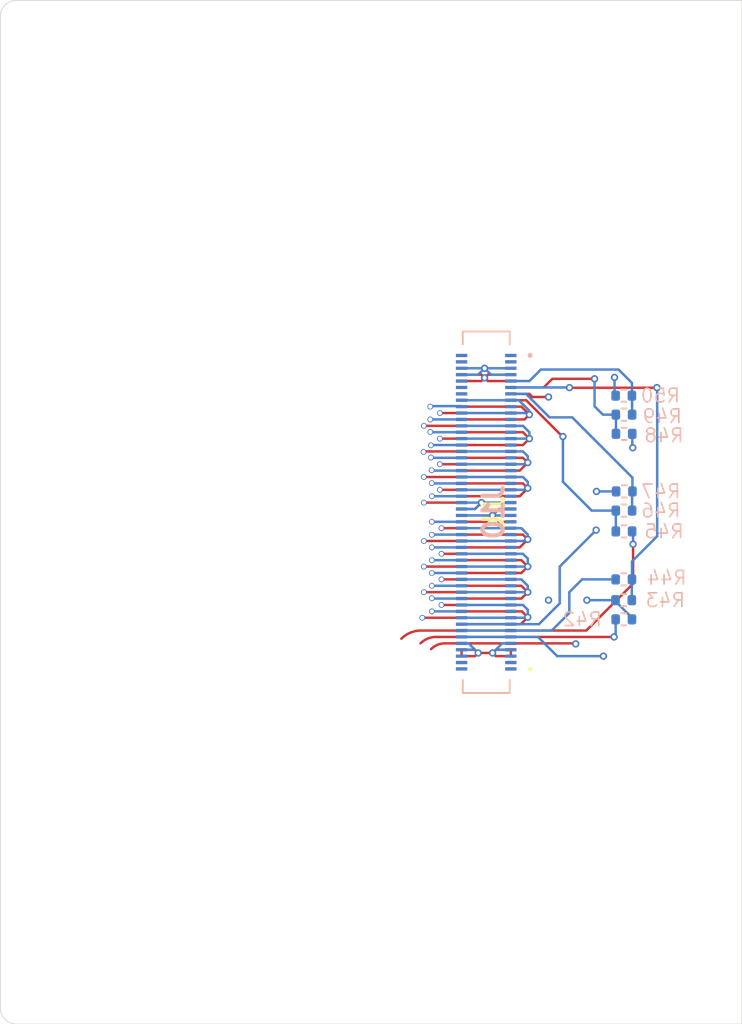
<source format=kicad_pcb>
(kicad_pcb (version 20241229) (generator "pcbnew") (generator_version "9.0")
  (layers (0 "F.Cu" signal "F.Cu - hs signal") (4 "In1.Cu" power "In1.Cu - AGND") (6 "In2.Cu" power "In2.Cu - VCC_3V3") (8 "In3.Cu" signal "In3.Cu - h signal") (10 "In4.Cu" signal "In4.Cu - v signal") (12 "In5.Cu" power "In5.Cu - VCC_5V") (14 "In6.Cu" signal "In6.Cu - x signal") (2 "B.Cu" signal "B.Cu - signal") (13 "F.Paste" user) (15 "B.Paste" user) (5 "F.SilkS" user "F.Silkscreen") (7 "B.SilkS" user "B.Silkscreen") (1 "F.Mask" user) (3 "B.Mask" user) (25 "Edge.Cuts" user))
  (net 0 "")
  (net 11 "MIM0_ADC0_BIAS_REF_CON")
  (net 12 "MIM0_ADC0_BIAS_ELEC_CON")
  (net 13 "MIM0_ADC0_REF_ELEC_CON")
  (net 14 "MIM0_ADC0_IN1P_CON")
  (net 15 "MIM0_ADC0_IN2P_CON")
  (net 16 "MIM0_ADC0_IN3P_CON")
  (net 17 "MIM0_ADC0_IN4P_CON")
  (net 18 "MIM0_ADC0_IN5P_CON")
  (net 19 "MIM0_ADC0_IN6P_CON")
  (net 20 "MIM0_ADC0_IN7P_CON")
  (net 21 "MIM0_ADC0_IN8P_CON")
  (net 22 "MIM0_ADC1_IN8P_CON")
  (net 23 "MIM0_ADC1_IN7P_CON")
  (net 24 "MIM0_ADC1_IN6P_CON")
  (net 25 "MIM0_ADC1_IN5P_CON")
  (net 26 "MIM0_ADC1_IN4P_CON")
  (net 27 "MIM0_ADC1_IN3P_CON")
  (net 28 "MIM0_ADC1_IN2P_CON")
  (net 29 "MIM0_ADC1_IN1P_CON")
  (net 30 "MIM0_ADC1_REF_ELEC_CON")
  (net 31 "MIM0_ADC1_BIAS_ELEC_CON")
  (net 32 "MIM0_ADC1_BIAS_REF_CON")
  (net 33 "MIM1_ADC0_BIAS_REF_CON")
  (net 34 "MIM1_ADC0_BIAS_ELEC_CON")
  (net 35 "MIM1_ADC0_REF_ELEC_CON")
  (net 36 "MIM1_ADC0_IN1P_CON")
  (net 37 "MIM1_ADC0_IN2P_CON")
  (net 38 "MIM1_ADC0_IN3P_CON")
  (net 39 "MIM1_ADC0_IN4P_CON")
  (net 40 "MIM1_ADC0_IN5P_CON")
  (net 41 "MIM1_ADC0_IN6P_CON")
  (net 42 "MIM1_ADC0_IN7P_CON")
  (net 43 "MIM1_ADC0_IN8P_CON")
  (net 44 "MIM1_ADC1_IN8P_CON")
  (net 45 "MIM1_ADC1_IN7P_CON")
  (net 46 "MIM1_ADC1_IN6P_CON")
  (net 47 "MIM1_ADC1_IN5P_CON")
  (net 48 "MIM1_ADC1_IN4P_CON")
  (net 49 "MIM1_ADC1_IN3P_CON")
  (net 50 "MIM1_ADC1_IN2P_CON")
  (net 51 "MIM1_ADC1_IN1P_CON")
  (net 52 "MIM1_ADC1_REF_ELEC_CON")
  (net 53 "MIM1_ADC1_BIAS_ELEC_CON")
  (net 54 "MIM1_ADC1_BIAS_REF_CON")
  (net 65 "AGND")
  (footprint "mi32-main-footprints:hirose-100-pin-receptacle-DF40HC-3.0-100DS-0.4V-58" (layer "F.Cu") (at 117 162 90)
    (property "Reference" "J1")
    (property "Value" "DF40HC(3.0)-100DS-0.4V(58)" (hide yes))
  )
  (footprint "Resistor_SMD:R_0402_1005Metric" (layer "B.Cu") (at 125.6 167.5 180)
    (property "Reference" "R43")
    (property "Value" "0R" (hide yes))
  )
  (footprint "Resistor_SMD:R_0402_1005Metric" (layer "B.Cu") (at 125.64 160.7)
    (property "Reference" "R47")
    (property "Value" "0R" (hide yes))
  )
  (footprint "Resistor_SMD:R_0402_1005Metric" (layer "B.Cu") (at 125.61 166.2)
    (property "Reference" "R44")
    (property "Value" "0R" (hide yes))
  )
  (footprint "Resistor_SMD:R_0402_1005Metric" (layer "B.Cu") (at 125.62 155.9 180)
    (property "Reference" "R49")
    (property "Value" "0R" (hide yes))
  )
  (footprint "Resistor_SMD:R_0402_1005Metric" (layer "B.Cu") (at 125.63 157.1)
    (property "Reference" "R48")
    (property "Value" "0R" (hide yes))
  )
  (footprint "mi32-main-footprints:hirose-100-pin-receptacle-DF40HC-3.0-100DS-0.4V-58" (layer "B.Cu") (at 117 162 -90)
    (property "Reference" "J10")
    (property "Value" "DF40HC(3.0)-100DS-0.4V(58)" (hide yes))
  )
  (footprint "Resistor_SMD:R_0402_1005Metric" (layer "B.Cu") (at 125.62 163.2)
    (property "Reference" "R45")
    (property "Value" "0R" (hide yes))
  )
  (footprint "Resistor_SMD:R_0402_1005Metric" (layer "B.Cu") (at 125.61 168.7 180)
    (property "Reference" "R42")
    (property "Value" "0R" (hide yes))
  )
  (footprint "Resistor_SMD:R_0402_1005Metric" (layer "B.Cu") (at 125.62 161.9 180)
    (property "Reference" "R46")
    (property "Value" "0R" (hide yes))
  )
  (footprint "Resistor_SMD:R_0402_1005Metric" (layer "B.Cu") (at 125.607448 154.711158)
    (property "Reference" "R50")
    (property "Value" "0R" (hide yes))
  )
  (gr_line (start 86.6 131) (end 86.6 193) (stroke (width 0.05)) (layer "Edge.Cuts"))
  (gr_arc (start 86.6 131) (mid 86.892893 130.292893) (end 87.6 130) (stroke (width 0.05)) (layer "Edge.Cuts"))
  (gr_line (start 87.6 194) (end 133 194) (stroke (width 0.05)) (layer "Edge.Cuts"))
  (gr_line (start 133 130) (end 133 194) (stroke (width 0.05)) (layer "Edge.Cuts"))
  (gr_line (start 87.6 130) (end 133 130) (stroke (width 0.05)) (layer "Edge.Cuts"))
  (gr_arc (start 87.6 194) (mid 86.892893 193.707107) (end 86.6 193) (stroke (width 0.05)) (layer "Edge.Cuts"))
  (segment (start 122.6 170.2326) (end 122.5674 170.2) (width 0.154) (layer "F.Cu") (net 11))
  (segment (start 122.5674 170.2) (end 118.54 170.2) (width 0.154) (layer "F.Cu") (net 11))
  (segment (start 115.46 170.2) (end 114.419116 170.2) (width 0.154) (layer "F.Cu") (net 11))
  (segment (start 115.46 170.2) (end 118.54 170.2) (width 0.154) (layer "F.Cu") (net 11))
  (via (at 122.6 170.2326) (size 0.4572) (drill 0.254) (layers "F.Cu" "B.Cu") (net 11))
  (via (at 126.17 157.97) (size 0.4572) (drill 0.254) (layers "F.Cu" "B.Cu") (net 11))
  (arc (start 114.419116 170.2) (mid 113.948751 170.293557) (end 113.55 170.56) (width 0.154) (layer "F.Cu") (net 11))
  (segment (start 126.14 157.94) (end 126.14 157.1) (width 0.154) (layer "B.Cu") (net 11))
  (segment (start 126.17 157.97) (end 126.14 157.94) (width 0.154) (layer "B.Cu") (net 11))
  (segment (start 125 169.8) (end 118.54 169.8) (width 0.154) (layer "F.Cu") (net 12))
  (segment (start 115.46 169.8) (end 113.855685 169.8) (width 0.154) (layer "F.Cu") (net 12))
  (segment (start 115.46 169.8) (end 118.54 169.8) (width 0.154) (layer "F.Cu") (net 12))
  (via (at 125 169.8) (size 0.4572) (drill 0.254) (layers "F.Cu" "B.Cu") (net 12))
  (arc (start 113.855685 169.8) (mid 113.33306 169.903957) (end 112.89 170.2) (width 0.154) (layer "F.Cu") (net 12))
  (segment (start 125.1 169.7) (end 125.1 168.7) (width 0.154) (layer "B.Cu") (net 12))
  (segment (start 125 169.8) (end 125.1 169.7) (width 0.154) (layer "B.Cu") (net 12))
  (segment (start 126.19 166.47) (end 126.19 164) (width 0.154) (layer "F.Cu") (net 13))
  (segment (start 123.26 169.4) (end 126.19 166.47) (width 0.154) (layer "F.Cu") (net 13))
  (segment (start 115.46 169.4) (end 112.921248 169.4) (width 0.154) (layer "F.Cu") (net 13))
  (segment (start 118.54 169.4) (end 123.26 169.4) (width 0.154) (layer "F.Cu") (net 13))
  (segment (start 115.46 169.4) (end 118.54 169.4) (width 0.154) (layer "F.Cu") (net 13))
  (via (at 126.19 164) (size 0.4572) (drill 0.254) (layers "F.Cu" "B.Cu") (net 13))
  (arc (start 112.921248 169.4) (mid 112.254902 169.532545) (end 111.69 169.91) (width 0.154) (layer "F.Cu") (net 13))
  (segment (start 126.19 164) (end 126.19 163.26) (width 0.154) (layer "B.Cu") (net 13))
  (segment (start 126.19 163.26) (end 126.13 163.2) (width 0.154) (layer "B.Cu") (net 13))
  (segment (start 115.46 168.6) (end 113 168.6) (width 0.154) (layer "F.Cu") (net 14))
  (via (at 113 168.6) (size 0.3556) (drill 0.254) (layers "F.Cu" "B.Cu") (net 14))
  (segment (start 115.46 167.8) (end 114.2 167.8) (width 0.154) (layer "F.Cu") (net 15))
  (via (at 114.2 167.8) (size 0.3556) (drill 0.254) (layers "F.Cu" "B.Cu") (net 15))
  (segment (start 115.46 167) (end 113.1 167) (width 0.154) (layer "F.Cu") (net 16))
  (via (at 113.1 167) (size 0.3556) (drill 0.254) (layers "F.Cu" "B.Cu") (net 16))
  (segment (start 115.46 166.2) (end 114.2 166.2) (width 0.154) (layer "F.Cu") (net 17))
  (via (at 114.2 166.2) (size 0.3556) (drill 0.254) (layers "F.Cu" "B.Cu") (net 17))
  (segment (start 115.46 165.4) (end 113.1 165.4) (width 0.154) (layer "F.Cu") (net 18))
  (via (at 113.1 165.4) (size 0.3556) (drill 0.254) (layers "F.Cu" "B.Cu") (net 18))
  (segment (start 115.46 164.6) (end 114.2 164.6) (width 0.154) (layer "F.Cu") (net 19))
  (via (at 114.2 164.6) (size 0.3556) (drill 0.254) (layers "F.Cu" "B.Cu") (net 19))
  (segment (start 115.46 163.8) (end 113.1 163.8) (width 0.154) (layer "F.Cu") (net 20))
  (via (at 113.1 163.8) (size 0.3556) (drill 0.254) (layers "F.Cu" "B.Cu") (net 20))
  (segment (start 115.46 163) (end 114.2 163) (width 0.154) (layer "F.Cu") (net 21))
  (via (at 114.2 163) (size 0.3556) (drill 0.254) (layers "F.Cu" "B.Cu") (net 21))
  (segment (start 115.46 161.4) (end 113.1 161.4) (width 0.154) (layer "F.Cu") (net 22))
  (via (at 113.1 161.4) (size 0.3556) (drill 0.254) (layers "F.Cu" "B.Cu") (net 22))
  (segment (start 115.46 160.6) (end 114.1 160.6) (width 0.154) (layer "F.Cu") (net 23))
  (via (at 114.1 160.6) (size 0.3556) (drill 0.254) (layers "F.Cu" "B.Cu") (net 23))
  (segment (start 115.46 159.8) (end 113.1 159.8) (width 0.154) (layer "F.Cu") (net 24))
  (via (at 113.1 159.8) (size 0.3556) (drill 0.254) (layers "F.Cu" "B.Cu") (net 24))
  (segment (start 115.46 159) (end 114.1 159) (width 0.154) (layer "F.Cu") (net 25))
  (via (at 114.1 159) (size 0.3556) (drill 0.254) (layers "F.Cu" "B.Cu") (net 25))
  (segment (start 113.077446 158.231359) (end 113.108805 158.2) (width 0.154) (layer "F.Cu") (net 26))
  (segment (start 113.108805 158.2) (end 115.46 158.2) (width 0.154) (layer "F.Cu") (net 26))
  (via (at 113.077446 158.231359) (size 0.3556) (drill 0.254) (layers "F.Cu" "B.Cu") (net 26))
  (segment (start 115.46 157.4) (end 114.1 157.4) (width 0.154) (layer "F.Cu") (net 27))
  (via (at 114.1 157.4) (size 0.3556) (drill 0.254) (layers "F.Cu" "B.Cu") (net 27))
  (segment (start 115.46 156.6) (end 113.1 156.6) (width 0.154) (layer "F.Cu") (net 28))
  (via (at 113.1 156.6) (size 0.3556) (drill 0.254) (layers "F.Cu" "B.Cu") (net 28))
  (segment (start 115.46 155.8) (end 114.1 155.8) (width 0.154) (layer "F.Cu") (net 29))
  (via (at 114.1 155.8) (size 0.3556) (drill 0.254) (layers "F.Cu" "B.Cu") (net 29))
  (segment (start 121.77 157.27) (end 119.5 155) (width 0.154) (layer "F.Cu") (net 30))
  (segment (start 121.8 157.27) (end 121.77 157.27) (width 0.154) (layer "F.Cu") (net 30))
  (segment (start 119.5 155) (end 118.54 155) (width 0.154) (layer "F.Cu") (net 30))
  (via (at 121.8 157.27) (size 0.4572) (drill 0.254) (layers "F.Cu" "B.Cu") (net 30))
  (segment (start 121.8 160.1) (end 123.6 161.9) (width 0.154) (layer "B.Cu") (net 30))
  (segment (start 123.6 161.9) (end 125.11 161.9) (width 0.154) (layer "B.Cu") (net 30))
  (segment (start 125.11 163.2) (end 125.11 161.9) (width 0.154) (layer "B.Cu") (net 30))
  (segment (start 121.8 157.27) (end 121.8 160.1) (width 0.154) (layer "B.Cu") (net 30))
  (segment (start 119.896584 154.796584) (end 119.7 154.6) (width 0.154) (layer "F.Cu") (net 31))
  (segment (start 119.7 154.6) (end 118.54 154.6) (width 0.154) (layer "F.Cu") (net 31))
  (segment (start 120.9 154.796584) (end 119.896584 154.796584) (width 0.154) (layer "F.Cu") (net 31))
  (via (at 120.9 167.5) (size 0.4572) (drill 0.254) (layers "F.Cu" "B.Cu") (net 31))
  (via (at 120.9 154.796584) (size 0.4572) (drill 0.254) (layers "F.Cu" "B.Cu") (net 31))
  (via (at 123.3 167.5) (size 0.4572) (drill 0.254) (layers "F.Cu" "B.Cu") (net 31))
  (segment (start 125.09 167.5) (end 123.3 167.5) (width 0.154) (layer "B.Cu") (net 31))
  (segment (start 125.09 167.569204) (end 125.09 167.5) (width 0.154) (layer "B.Cu") (net 31))
  (segment (start 126.12 168.599204) (end 125.09 167.569204) (width 0.154) (layer "B.Cu") (net 31))
  (segment (start 126.12 168.7) (end 126.12 168.599204) (width 0.154) (layer "B.Cu") (net 31))
  (segment (start 123.78 153.66) (end 121.14 153.66) (width 0.154) (layer "F.Cu") (net 32))
  (segment (start 121.14 153.66) (end 120.6 154.2) (width 0.154) (layer "F.Cu") (net 32))
  (segment (start 120.6 154.2) (end 118.54 154.2) (width 0.154) (layer "F.Cu") (net 32))
  (via (at 123.78 153.66) (size 0.4572) (drill 0.254) (layers "F.Cu" "B.Cu") (net 32))
  (segment (start 125.12 155.91) (end 125.11 155.9) (width 0.154) (layer "B.Cu") (net 32))
  (segment (start 125.12 157.1) (end 125.12 155.91) (width 0.154) (layer "B.Cu") (net 32))
  (segment (start 124.3 155.9) (end 125.11 155.9) (width 0.154) (layer "B.Cu") (net 32))
  (segment (start 123.78 155.38) (end 124.3 155.9) (width 0.154) (layer "B.Cu") (net 32))
  (segment (start 123.78 153.66) (end 123.78 155.38) (width 0.154) (layer "B.Cu") (net 32))
  (segment (start 118.54 153.8) (end 119.7 153.8) (width 0.154) (layer "B.Cu") (net 33))
  (segment (start 125.28 153.08) (end 126.117448 153.917448) (width 0.154) (layer "B.Cu") (net 33))
  (segment (start 126.117448 153.917448) (end 126.117448 154.711158) (width 0.154) (layer "B.Cu") (net 33))
  (segment (start 126.13 154.72371) (end 126.117448 154.711158) (width 0.154) (layer "B.Cu") (net 33))
  (segment (start 120.42 153.08) (end 125.28 153.08) (width 0.154) (layer "B.Cu") (net 33))
  (segment (start 119.7 153.8) (end 120.42 153.08) (width 0.154) (layer "B.Cu") (net 33))
  (segment (start 126.13 155.9) (end 126.13 154.72371) (width 0.154) (layer "B.Cu") (net 33))
  (segment (start 127.68 154.21) (end 127.67 154.22) (width 0.154) (layer "F.Cu") (net 34))
  (segment (start 122.22 154.22) (end 122.21 154.21) (width 0.154) (layer "F.Cu") (net 34))
  (segment (start 127.67 154.22) (end 122.22 154.22) (width 0.154) (layer "F.Cu") (net 34))
  (via (at 122.21 154.21) (size 0.4572) (drill 0.254) (layers "F.Cu" "B.Cu") (net 34))
  (via (at 127.68 154.21) (size 0.4572) (drill 0.254) (layers "F.Cu" "B.Cu") (net 34))
  (segment (start 122.21 154.21) (end 122.2 154.2) (width 0.154) (layer "B.Cu") (net 34))
  (segment (start 127.68 154.21) (end 127.7 154.23) (width 0.154) (layer "B.Cu") (net 34))
  (segment (start 126.12 165.08) (end 126.12 166.2) (width 0.154) (layer "B.Cu") (net 34))
  (segment (start 122.2 154.2) (end 118.54 154.2) (width 0.154) (layer "B.Cu") (net 34))
  (segment (start 126.11 166.21) (end 126.12 166.2) (width 0.154) (layer "B.Cu") (net 34))
  (segment (start 127.7 163.5) (end 126.12 165.08) (width 0.154) (layer "B.Cu") (net 34))
  (segment (start 126.11 167.5) (end 126.11 166.21) (width 0.154) (layer "B.Cu") (net 34))
  (segment (start 127.7 154.23) (end 127.7 163.5) (width 0.154) (layer "B.Cu") (net 34))
  (segment (start 126.13 161.9) (end 126.13 160.72) (width 0.154) (layer "B.Cu") (net 35))
  (segment (start 118.54 154.6) (end 119.49 154.6) (width 0.154) (layer "B.Cu") (net 35))
  (segment (start 126.15 159.84) (end 126.15 160.7) (width 0.154) (layer "B.Cu") (net 35))
  (segment (start 119.49 154.6) (end 120.96 156.07) (width 0.154) (layer "B.Cu") (net 35))
  (segment (start 120.96 156.07) (end 122.38 156.07) (width 0.154) (layer "B.Cu") (net 35))
  (segment (start 126.13 160.72) (end 126.15 160.7) (width 0.154) (layer "B.Cu") (net 35))
  (segment (start 122.38 156.07) (end 126.15 159.84) (width 0.154) (layer "B.Cu") (net 35))
  (via (at 113.5 155.4) (size 0.3556) (drill 0.254) (layers "F.Cu" "B.Cu") (net 36))
  (segment (start 115.4274 155.3674) (end 115.46 155.4) (width 0.154) (layer "B.Cu") (net 36))
  (segment (start 113.5 155.4) (end 113.5326 155.3674) (width 0.154) (layer "B.Cu") (net 36))
  (segment (start 113.5326 155.3674) (end 115.4274 155.3674) (width 0.154) (layer "B.Cu") (net 36))
  (via (at 113.5 156.2) (size 0.3556) (drill 0.254) (layers "F.Cu" "B.Cu") (net 37))
  (segment (start 115.46 156.2) (end 113.5 156.2) (width 0.154) (layer "B.Cu") (net 37))
  (segment (start 115.46 156.2) (end 115.4274 156.2326) (width 0.154) (layer "B.Cu") (net 37))
  (via (at 113.5 156.9818) (size 0.3556) (drill 0.254) (layers "F.Cu" "B.Cu") (net 38))
  (segment (start 113.5182 157) (end 113.5 156.9818) (width 0.154) (layer "B.Cu") (net 38))
  (segment (start 115.46 157) (end 113.5182 157) (width 0.154) (layer "B.Cu") (net 38))
  (via (at 113.537864 157.8182) (size 0.3556) (drill 0.254) (layers "F.Cu" "B.Cu") (net 39))
  (segment (start 113.556064 157.8) (end 115.46 157.8) (width 0.154) (layer "B.Cu") (net 39))
  (segment (start 113.537864 157.8182) (end 113.556064 157.8) (width 0.154) (layer "B.Cu") (net 39))
  (via (at 113.541667 158.5818) (size 0.3556) (drill 0.254) (layers "F.Cu" "B.Cu") (net 40))
  (segment (start 113.559867 158.6) (end 113.541667 158.5818) (width 0.154) (layer "B.Cu") (net 40))
  (segment (start 115.46 158.6) (end 113.559867 158.6) (width 0.154) (layer "B.Cu") (net 40))
  (via (at 113.585458 159.375815) (size 0.3556) (drill 0.254) (layers "F.Cu" "B.Cu") (net 41))
  (segment (start 113.609643 159.4) (end 113.585458 159.375815) (width 0.154) (layer "B.Cu") (net 41))
  (segment (start 115.46 159.4) (end 113.609643 159.4) (width 0.154) (layer "B.Cu") (net 41))
  (via (at 113.596405 160.1818) (size 0.3556) (drill 0.254) (layers "F.Cu" "B.Cu") (net 42))
  (segment (start 115.46 160.2) (end 113.614605 160.2) (width 0.154) (layer "B.Cu") (net 42))
  (segment (start 113.614605 160.2) (end 113.596405 160.1818) (width 0.154) (layer "B.Cu") (net 42))
  (via (at 113.6 161) (size 0.3556) (drill 0.254) (layers "F.Cu" "B.Cu") (net 43))
  (segment (start 115.46 161) (end 113.6 161) (width 0.154) (layer "B.Cu") (net 43))
  (via (at 113.6 162.6) (size 0.3556) (drill 0.254) (layers "F.Cu" "B.Cu") (net 44))
  (segment (start 115.46 162.6) (end 113.6 162.6) (width 0.154) (layer "B.Cu") (net 44))
  (via (at 113.6 163.409341) (size 0.3556) (drill 0.254) (layers "F.Cu" "B.Cu") (net 45))
  (segment (start 113.609341 163.4) (end 115.46 163.4) (width 0.154) (layer "B.Cu") (net 45))
  (segment (start 113.6 163.409341) (end 113.609341 163.4) (width 0.154) (layer "B.Cu") (net 45))
  (via (at 113.6 164.2) (size 0.3556) (drill 0.254) (layers "F.Cu" "B.Cu") (net 46))
  (segment (start 115.46 164.2) (end 113.6 164.2) (width 0.154) (layer "B.Cu") (net 46))
  (via (at 113.6 165) (size 0.3556) (drill 0.254) (layers "F.Cu" "B.Cu") (net 47))
  (segment (start 115.46 165) (end 113.6 165) (width 0.154) (layer "B.Cu") (net 47))
  (via (at 113.6 165.8) (size 0.3556) (drill 0.254) (layers "F.Cu" "B.Cu") (net 48))
  (segment (start 115.46 165.8) (end 113.6 165.8) (width 0.154) (layer "B.Cu") (net 48))
  (via (at 113.6 166.6) (size 0.3556) (drill 0.254) (layers "F.Cu" "B.Cu") (net 49))
  (segment (start 115.46 166.6) (end 113.6 166.6) (width 0.154) (layer "B.Cu") (net 49))
  (via (at 113.6 167.3818) (size 0.3556) (drill 0.254) (layers "F.Cu" "B.Cu") (net 50))
  (segment (start 113.6 167.3818) (end 113.6182 167.4) (width 0.154) (layer "B.Cu") (net 50))
  (segment (start 113.6182 167.4) (end 115.46 167.4) (width 0.154) (layer "B.Cu") (net 50))
  (via (at 113.6 168.2) (size 0.3556) (drill 0.254) (layers "F.Cu" "B.Cu") (net 51))
  (segment (start 115.46 168.2) (end 113.6 168.2) (width 0.154) (layer "B.Cu") (net 51))
  (via (at 123.9 160.7) (size 0.4572) (drill 0.254) (layers "F.Cu" "B.Cu") (net 52))
  (via (at 123.88 163.12) (size 0.4572) (drill 0.254) (layers "F.Cu" "B.Cu") (net 52))
  (segment (start 125.13 160.7) (end 123.9 160.7) (width 0.154) (layer "B.Cu") (net 52))
  (segment (start 120.3 169) (end 121.6 167.7) (width 0.154) (layer "B.Cu") (net 52))
  (segment (start 121.6 165.4) (end 123.88 163.12) (width 0.154) (layer "B.Cu") (net 52))
  (segment (start 118.54 169) (end 120.3 169) (width 0.154) (layer "B.Cu") (net 52))
  (segment (start 115.46 169) (end 118.54 169) (width 0.154) (layer "B.Cu") (net 52))
  (segment (start 121.6 167.7) (end 121.6 165.4) (width 0.154) (layer "B.Cu") (net 52))
  (segment (start 115.46 169.4) (end 118.54 169.4) (width 0.154) (layer "B.Cu") (net 53))
  (segment (start 125.1 166.2) (end 123 166.2) (width 0.154) (layer "B.Cu") (net 53))
  (segment (start 122.2 167) (end 122.2 168.3) (width 0.154) (layer "B.Cu") (net 53))
  (segment (start 123 166.2) (end 122.2 167) (width 0.154) (layer "B.Cu") (net 53))
  (segment (start 122.2 168.3) (end 121.1 169.4) (width 0.154) (layer "B.Cu") (net 53))
  (segment (start 121.1 169.4) (end 118.54 169.4) (width 0.154) (layer "B.Cu") (net 53))
  (via (at 124.3326 171) (size 0.4572) (drill 0.254) (layers "F.Cu" "B.Cu") (net 54))
  (via (at 125.03 153.57) (size 0.4572) (drill 0.254) (layers "F.Cu" "B.Cu") (net 54))
  (segment (start 125.03 153.57) (end 125.03 154.64371) (width 0.154) (layer "B.Cu") (net 54))
  (segment (start 124.3326 171) (end 121.44 171) (width 0.154) (layer "B.Cu") (net 54))
  (segment (start 121.44 171) (end 120.24 169.8) (width 0.154) (layer "B.Cu") (net 54))
  (segment (start 120.24 169.8) (end 118.54 169.8) (width 0.154) (layer "B.Cu") (net 54))
  (segment (start 115.46 169.8) (end 118.54 169.8) (width 0.154) (layer "B.Cu") (net 54))
  (segment (start 125.03 154.64371) (end 125.097448 154.711158) (width 0.154) (layer "B.Cu") (net 54))
  (segment (start 115.46 155.4) (end 118.54 155.4) (width 0.154) (layer "F.Cu") (net 65))
  (segment (start 119.2 165.8) (end 119.6 165.4) (width 0.154) (layer "F.Cu") (net 65))
  (segment (start 115.46 157.8) (end 118.54 157.8) (width 0.154) (layer "F.Cu") (net 65))
  (segment (start 115.46 162.2) (end 117.4 162.2) (width 0.154) (layer "F.Cu") (net 65))
  (segment (start 119.2 155.4) (end 119.7 155.9) (width 0.154) (layer "F.Cu") (net 65))
  (segment (start 117.8 161.8) (end 117.4 162.2) (width 0.154) (layer "F.Cu") (net 65))
  (segment (start 115.46 164.2) (end 118.54 164.2) (width 0.154) (layer "F.Cu") (net 65))
  (segment (start 119.2 167.4) (end 119.6 167) (width 0.154) (layer "F.Cu") (net 65))
  (segment (start 117.6 170.6) (end 117.4 170.8) (width 0.154) (layer "F.Cu") (net 65))
  (segment (start 118.54 158.6) (end 119.3 158.6) (width 0.154) (layer "F.Cu") (net 65))
  (segment (start 118.54 159.4) (end 119.1 159.4) (width 0.154) (layer "F.Cu") (net 65))
  (segment (start 118.54 165.8) (end 119.2 165.8) (width 0.154) (layer "F.Cu") (net 65))
  (segment (start 117.1 153.4) (end 116.9 153.6) (width 0.154) (layer "F.Cu") (net 65))
  (segment (start 115.46 167.4) (end 118.54 167.4) (width 0.154) (layer "F.Cu") (net 65))
  (segment (start 118.54 160.2) (end 119.3 160.2) (width 0.154) (layer "F.Cu") (net 65))
  (segment (start 115.46 169) (end 118.54 169) (width 0.154) (layer "F.Cu") (net 65))
  (segment (start 115.46 153.4) (end 116.7 153.4) (width 0.154) (layer "F.Cu") (net 65))
  (segment (start 118.54 170.6) (end 117.6 170.6) (width 0.154) (layer "F.Cu") (net 65))
  (segment (start 119.2 166.6) (end 118.54 166.6) (width 0.154) (layer "F.Cu") (net 65))
  (segment (start 116.3 171) (end 116.5 170.8) (width 0.154) (layer "F.Cu") (net 65))
  (segment (start 115.46 153.8) (end 116.7 153.8) (width 0.154) (layer "F.Cu") (net 65))
  (segment (start 119.4 156.2) (end 119.7 155.9) (width 0.154) (layer "F.Cu") (net 65))
  (segment (start 115.46 170.6) (end 116.3 170.6) (width 0.154) (layer "F.Cu") (net 65))
  (segment (start 119.3 157) (end 119.7 157.4) (width 0.154) (layer "F.Cu") (net 65))
  (segment (start 119.1 161) (end 119.6 160.5) (width 0.154) (layer "F.Cu") (net 65))
  (segment (start 115.46 165) (end 118.54 165) (width 0.154) (layer "F.Cu") (net 65))
  (segment (start 118.54 164.2) (end 119.1 164.2) (width 0.154) (layer "F.Cu") (net 65))
  (segment (start 118.54 162.2) (end 117.4 162.2) (width 0.154) (layer "F.Cu") (net 65))
  (segment (start 118.54 155.4) (end 119.2 155.4) (width 0.154) (layer "F.Cu") (net 65))
  (segment (start 119.1674 169) (end 118.54 169) (width 0.154) (layer "F.Cu") (net 65))
  (segment (start 118.54 165) (end 119.2 165) (width 0.154) (layer "F.Cu") (net 65))
  (segment (start 115.46 161.8) (end 116.3 161.8) (width 0.154) (layer "F.Cu") (net 65))
  (segment (start 118.54 161.8) (end 117.8 161.8) (width 0.154) (layer "F.Cu") (net 65))
  (segment (start 118.54 153.4) (end 117.1 153.4) (width 0.154) (layer "F.Cu") (net 65))
  (segment (start 115.46 171) (end 116.3 171) (width 0.154) (layer "F.Cu") (net 65))
  (segment (start 117.1 153.8) (end 116.9 153.6) (width 0.154) (layer "F.Cu") (net 65))
  (segment (start 118.54 161) (end 119.1 161) (width 0.154) (layer "F.Cu") (net 65))
  (segment (start 119.3 163.4) (end 119.6 163.7) (width 0.154) (layer "F.Cu") (net 65))
  (segment (start 118.54 156.2) (end 119.4 156.2) (width 0.154) (layer "F.Cu") (net 65))
  (segment (start 118.54 157.8) (end 119.3 157.8) (width 0.154) (layer "F.Cu") (net 65))
  (segment (start 118.54 162.6) (end 117.8 162.6) (width 0.154) (layer "F.Cu") (net 65))
  (segment (start 115.46 163.4) (end 118.54 163.4) (width 0.154) (layer "F.Cu") (net 65))
  (segment (start 115.46 157) (end 118.54 157) (width 0.154) (layer "F.Cu") (net 65))
  (segment (start 116.3 170.6) (end 116.5 170.8) (width 0.154) (layer "F.Cu") (net 65))
  (segment (start 116.7 153.8) (end 116.9 153.6) (width 0.154) (layer "F.Cu") (net 65))
  (segment (start 119.3 157.8) (end 119.7 157.4) (width 0.154) (layer "F.Cu") (net 65))
  (segment (start 115.46 160.2) (end 118.54 160.2) (width 0.154) (layer "F.Cu") (net 65))
  (segment (start 119.2 165) (end 119.6 165.4) (width 0.154) (layer "F.Cu") (net 65))
  (segment (start 118.54 153.8) (end 117.1 153.8) (width 0.154) (layer "F.Cu") (net 65))
  (segment (start 115.46 159.4) (end 118.54 159.4) (width 0.154) (layer "F.Cu") (net 65))
  (segment (start 118.54 167.4) (end 119.2 167.4) (width 0.154) (layer "F.Cu") (net 65))
  (segment (start 116.7 153.4) (end 116.9 153.6) (width 0.154) (layer "F.Cu") (net 65))
  (segment (start 117 162.6) (end 117.4 162.2) (width 0.154) (layer "F.Cu") (net 65))
  (segment (start 115.46 170.6) (end 115.46 171) (width 0.154) (layer "F.Cu") (net 65))
  (segment (start 116.3 161.8) (end 116.7 161.4) (width 0.154) (layer "F.Cu") (net 65))
  (segment (start 118.54 157) (end 119.3 157) (width 0.154) (layer "F.Cu") (net 65))
  (segment (start 117.8 162.6) (end 117.4 162.2) (width 0.154) (layer "F.Cu") (net 65))
  (segment (start 117.6 171) (end 117.4 170.8) (width 0.154) (layer "F.Cu") (net 65))
  (segment (start 118.54 163.4) (end 119.3 163.4) (width 0.154) (layer "F.Cu") (net 65))
  (segment (start 119.1 159.4) (end 119.6 158.9) (width 0.154) (layer "F.Cu") (net 65))
  (segment (start 115.46 158.6) (end 118.54 158.6) (width 0.154) (layer "F.Cu") (net 65))
  (segment (start 119.2326 168.2) (end 118.54 168.2) (width 0.154) (layer "F.Cu") (net 65))
  (segment (start 119.3 160.2) (end 119.6 160.5) (width 0.154) (layer "F.Cu") (net 65))
  (segment (start 119.3 158.6) (end 119.6 158.9) (width 0.154) (layer "F.Cu") (net 65))
  (segment (start 115.46 166.6) (end 118.54 166.6) (width 0.154) (layer "F.Cu") (net 65))
  (segment (start 115.46 165.8) (end 118.54 165.8) (width 0.154) (layer "F.Cu") (net 65))
  (segment (start 118.54 171) (end 117.6 171) (width 0.154) (layer "F.Cu") (net 65))
  (segment (start 115.46 161) (end 118.54 161) (width 0.154) (layer "F.Cu") (net 65))
  (segment (start 118.54 171) (end 118.54 170.6) (width 0.154) (layer "F.Cu") (net 65))
  (segment (start 115.46 156.2) (end 118.54 156.2) (width 0.154) (layer "F.Cu") (net 65))
  (segment (start 119.1 164.2) (end 119.6 163.7) (width 0.154) (layer "F.Cu") (net 65))
  (segment (start 116.5 170.8) (end 117.4 170.8) (width 0.154) (layer "F.Cu") (net 65))
  (segment (start 115.46 162.6) (end 117 162.6) (width 0.154) (layer "F.Cu") (net 65))
  (segment (start 119.6 167) (end 119.2 166.6) (width 0.154) (layer "F.Cu") (net 65))
  (segment (start 119.6 168.5674) (end 119.1674 169) (width 0.154) (layer "F.Cu") (net 65))
  (segment (start 115.46 168.2) (end 118.54 168.2) (width 0.154) (layer "F.Cu") (net 65))
  (segment (start 119.6 168.5674) (end 119.2326 168.2) (width 0.154) (layer "F.Cu") (net 65))
  (via (at 119.6 158.9) (size 0.4572) (drill 0.254) (layers "F.Cu" "B.Cu") (net 65))
  (via (at 119.7 157.4) (size 0.4572) (drill 0.254) (layers "F.Cu" "B.Cu") (net 65))
  (via (at 119.6 168.5674) (size 0.4572) (drill 0.254) (layers "F.Cu" "B.Cu") (net 65))
  (via (at 119.6 160.5) (size 0.4572) (drill 0.254) (layers "F.Cu" "B.Cu") (net 65))
  (via (at 116.9 153) (size 0.4572) (drill 0.254) (layers "F.Cu" "B.Cu") (net 65))
  (via (at 119.7 155.9) (size 0.4572) (drill 0.254) (layers "F.Cu" "B.Cu") (net 65))
  (via (at 116.7 161.4) (size 0.4572) (drill 0.254) (layers "F.Cu" "B.Cu") (net 65))
  (via (at 116.9 153.6) (size 0.4572) (drill 0.254) (layers "F.Cu" "B.Cu") (net 65))
  (via (at 117.4 170.8) (size 0.4572) (drill 0.254) (layers "F.Cu" "B.Cu") (net 65))
  (via (at 119.6 165.4) (size 0.4572) (drill 0.254) (layers "F.Cu" "B.Cu") (net 65))
  (via (at 119.6 167) (size 0.4572) (drill 0.254) (layers "F.Cu" "B.Cu") (net 65))
  (via (at 116.5 170.8) (size 0.4572) (drill 0.254) (layers "F.Cu" "B.Cu") (net 65))
  (via (at 119.6 163.7) (size 0.4572) (drill 0.254) (layers "F.Cu" "B.Cu") (net 65))
  (via (at 117.4 162.2) (size 0.4572) (drill 0.254) (layers "F.Cu" "B.Cu") (net 65))
  (segment (start 115.46 155) (end 118.54 155) (width 0.154) (layer "B.Cu") (net 65))
  (segment (start 115.46 166.2) (end 118.54 166.2) (width 0.154) (layer "B.Cu") (net 65))
  (segment (start 118.54 160.6) (end 119.5 160.6) (width 0.154) (layer "B.Cu") (net 65))
  (segment (start 115.46 160.6) (end 118.54 160.6) (width 0.154) (layer "B.Cu") (net 65))
  (segment (start 115.46 162.2) (end 117.4 162.2) (width 0.154) (layer "B.Cu") (net 65))
  (segment (start 118.54 153.4) (end 117.3 153.4) (width 0.154) (layer "B.Cu") (net 65))
  (segment (start 115.46 159.8) (end 118.54 159.8) (width 0.154) (layer "B.Cu") (net 65))
  (segment (start 119.6 163.4) (end 119.6 163.7) (width 0.154) (layer "B.Cu") (net 65))
  (segment (start 118.54 170.2) (end 118 170.2) (width 0.154) (layer "B.Cu") (net 65))
  (segment (start 118.54 156.6) (end 119.3 156.6) (width 0.154) (layer "B.Cu") (net 65))
  (segment (start 118.54 157.4) (end 119.7 157.4) (width 0.154) (layer "B.Cu") (net 65))
  (segment (start 118.54 167) (end 119.6 167) (width 0.154) (layer "B.Cu") (net 65))
  (segment (start 119.6 168.1) (end 119.6 168.5674) (width 0.154) (layer "B.Cu") (net 65))
  (segment (start 119.6 158.5) (end 119.6 158.9) (width 0.154) (layer "B.Cu") (net 65))
  (segment (start 119.3 167.8) (end 119.6 168.1) (width 0.154) (layer "B.Cu") (net 65))
  (segment (start 119.3 159.8) (end 119.6 160.1) (width 0.154) (layer "B.Cu") (net 65))
  (segment (start 118.54 166.2) (end 119.2 166.2) (width 0.154) (layer "B.Cu") (net 65))
  (segment (start 117.8 161.8) (end 117.4 162.2) (width 0.154) (layer "B.Cu") (net 65))
  (segment (start 119.3 164.6) (end 119.6 164.9) (width 0.154) (layer "B.Cu") (net 65))
  (segment (start 119.7 157) (end 119.7 157.4) (width 0.154) (layer "B.Cu") (net 65))
  (segment (start 119.5 160.6) (end 119.6 160.5) (width 0.154) (layer "B.Cu") (net 65))
  (segment (start 115.46 164.6) (end 118.54 164.6) (width 0.154) (layer "B.Cu") (net 65))
  (segment (start 115.46 155.8) (end 118.54 155.8) (width 0.154) (layer "B.Cu") (net 65))
  (segment (start 115.46 167) (end 118.54 167) (width 0.154) (layer "B.Cu") (net 65))
  (segment (start 119.6 166.6) (end 119.6 167) (width 0.154) (layer "B.Cu") (net 65))
  (segment (start 119.5 159) (end 119.6 158.9) (width 0.154) (layer "B.Cu") (net 65))
  (segment (start 119.6 160.1) (end 119.6 160.5) (width 0.154) (layer "B.Cu") (net 65))
  (segment (start 119.5 163.8) (end 119.6 163.7) (width 0.154) (layer "B.Cu") (net 65))
  (segment (start 116.5 153.4) (end 116.9 153) (width 0.154) (layer "B.Cu") (net 65))
  (segment (start 118.54 163.8) (end 119.5 163.8) (width 0.154) (layer "B.Cu") (net 65))
  (segment (start 115.46 165.4) (end 118.54 165.4) (width 0.154) (layer "B.Cu") (net 65))
  (segment (start 115.9 170.2) (end 116.5 170.8) (width 0.154) (layer "B.Cu") (net 65))
  (segment (start 115.46 167.8) (end 118.54 167.8) (width 0.154) (layer "B.Cu") (net 65))
  (segment (start 118.54 165.4) (end 119.6 165.4) (width 0.154) (layer "B.Cu") (net 65))
  (segment (start 115.46 157.4) (end 118.54 157.4) (width 0.154) (layer "B.Cu") (net 65))
  (segment (start 116.3 161.8) (end 116.7 161.4) (width 0.154) (layer "B.Cu") (net 65))
  (segment (start 115.46 153) (end 116.9 153) (width 0.154) (layer "B.Cu") (net 65))
  (segment (start 115.46 163) (end 118.54 163) (width 0.154) (layer "B.Cu") (net 65))
  (segment (start 119.3 158.2) (end 119.6 158.5) (width 0.154) (layer "B.Cu") (net 65))
  (segment (start 118.54 159) (end 119.5 159) (width 0.154) (layer "B.Cu") (net 65))
  (segment (start 118.54 161.8) (end 117.8 161.8) (width 0.154) (layer "B.Cu") (net 65))
  (segment (start 118.54 158.2) (end 119.3 158.2) (width 0.154) (layer "B.Cu") (net 65))
  (segment (start 118.54 161.4) (end 116.7 161.4) (width 0.154) (layer "B.Cu") (net 65))
  (segment (start 118.54 155.8) (end 119.6 155.8) (width 0.154) (layer "B.Cu") (net 65))
  (segment (start 118.54 155) (end 119.044 155) (width 0.154) (layer "B.Cu") (net 65))
  (segment (start 118.54 159.8) (end 119.3 159.8) (width 0.154) (layer "B.Cu") (net 65))
  (segment (start 119.2 166.2) (end 119.6 166.6) (width 0.154) (layer "B.Cu") (net 65))
  (segment (start 117.3 153.4) (end 116.9 153) (width 0.154) (layer "B.Cu") (net 65))
  (segment (start 115.46 161.8) (end 116.3 161.8) (width 0.154) (layer "B.Cu") (net 65))
  (segment (start 118.54 163) (end 119.2 163) (width 0.154) (layer "B.Cu") (net 65))
  (segment (start 115.46 158.2) (end 118.54 158.2) (width 0.154) (layer "B.Cu") (net 65))
  (segment (start 117.6 170.6) (end 117.4 170.8) (width 0.154) (layer "B.Cu") (net 65))
  (segment (start 118.54 168.6) (end 119.5674 168.6) (width 0.154) (layer "B.Cu") (net 65))
  (segment (start 119.5674 168.6) (end 119.6 168.5674) (width 0.154) (layer "B.Cu") (net 65))
  (segment (start 119.044 155) (end 119.7 155.656) (width 0.154) (layer "B.Cu") (net 65))
  (segment (start 115.46 156.6) (end 118.54 156.6) (width 0.154) (layer "B.Cu") (net 65))
  (segment (start 118.54 162.2) (end 117.4 162.2) (width 0.154) (layer "B.Cu") (net 65))
  (segment (start 119.7 155.656) (end 119.7 155.9) (width 0.154) (layer "B.Cu") (net 65))
  (segment (start 119.3 156.6) (end 119.7 157) (width 0.154) (layer "B.Cu") (net 65))
  (segment (start 118.54 164.6) (end 119.3 164.6) (width 0.154) (layer "B.Cu") (net 65))
  (segment (start 119.6 155.8) (end 119.7 155.9) (width 0.154) (layer "B.Cu") (net 65))
  (segment (start 118 170.2) (end 117.4 170.8) (width 0.154) (layer "B.Cu") (net 65))
  (segment (start 115.46 153.4) (end 116.5 153.4) (width 0.154) (layer "B.Cu") (net 65))
  (segment (start 115.46 161.4) (end 116.7 161.4) (width 0.154) (layer "B.Cu") (net 65))
  (segment (start 118.54 153) (end 116.9 153) (width 0.154) (layer "B.Cu") (net 65))
  (segment (start 118.54 167.8) (end 119.3 167.8) (width 0.154) (layer "B.Cu") (net 65))
  (segment (start 115.46 159) (end 118.54 159) (width 0.154) (layer "B.Cu") (net 65))
  (segment (start 116.3 170.6) (end 116.5 170.8) (width 0.154) (layer "B.Cu") (net 65))
  (segment (start 115.46 170.2) (end 115.9 170.2) (width 0.154) (layer "B.Cu") (net 65))
  (segment (start 115.46 168.6) (end 118.54 168.6) (width 0.154) (layer "B.Cu") (net 65))
  (segment (start 115.46 170.6) (end 116.3 170.6) (width 0.154) (layer "B.Cu") (net 65))
  (segment (start 119.6 164.9) (end 119.6 165.4) (width 0.154) (layer "B.Cu") (net 65))
  (segment (start 118.54 170.6) (end 117.6 170.6) (width 0.154) (layer "B.Cu") (net 65))
  (segment (start 119.2 163) (end 119.6 163.4) (width 0.154) (layer "B.Cu") (net 65))
  (segment (start 115.46 163.8) (end 118.54 163.8) (width 0.154) (layer "B.Cu") (net 65))
)
</source>
